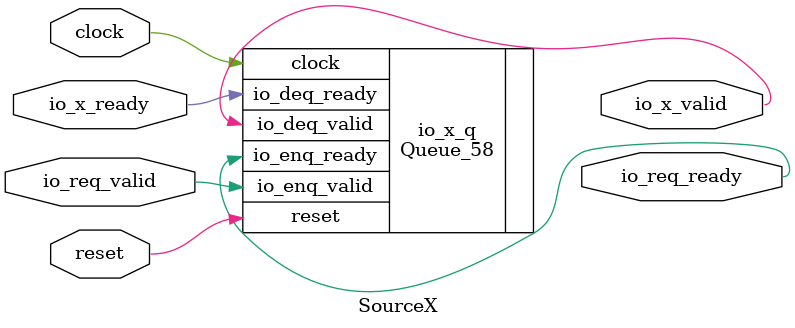
<source format=sv>
`ifndef RANDOMIZE
  `ifdef RANDOMIZE_REG_INIT
    `define RANDOMIZE
  `endif // RANDOMIZE_REG_INIT
`endif // not def RANDOMIZE
`ifndef RANDOMIZE
  `ifdef RANDOMIZE_MEM_INIT
    `define RANDOMIZE
  `endif // RANDOMIZE_MEM_INIT
`endif // not def RANDOMIZE

`ifndef RANDOM
  `define RANDOM $random
`endif // not def RANDOM

// Users can define 'PRINTF_COND' to add an extra gate to prints.
`ifndef PRINTF_COND_
  `ifdef PRINTF_COND
    `define PRINTF_COND_ (`PRINTF_COND)
  `else  // PRINTF_COND
    `define PRINTF_COND_ 1
  `endif // PRINTF_COND
`endif // not def PRINTF_COND_

// Users can define 'ASSERT_VERBOSE_COND' to add an extra gate to assert error printing.
`ifndef ASSERT_VERBOSE_COND_
  `ifdef ASSERT_VERBOSE_COND
    `define ASSERT_VERBOSE_COND_ (`ASSERT_VERBOSE_COND)
  `else  // ASSERT_VERBOSE_COND
    `define ASSERT_VERBOSE_COND_ 1
  `endif // ASSERT_VERBOSE_COND
`endif // not def ASSERT_VERBOSE_COND_

// Users can define 'STOP_COND' to add an extra gate to stop conditions.
`ifndef STOP_COND_
  `ifdef STOP_COND
    `define STOP_COND_ (`STOP_COND)
  `else  // STOP_COND
    `define STOP_COND_ 1
  `endif // STOP_COND
`endif // not def STOP_COND_

// Users can define INIT_RANDOM as general code that gets injected into the
// initializer block for modules with registers.
`ifndef INIT_RANDOM
  `define INIT_RANDOM
`endif // not def INIT_RANDOM

// If using random initialization, you can also define RANDOMIZE_DELAY to
// customize the delay used, otherwise 0.002 is used.
`ifndef RANDOMIZE_DELAY
  `define RANDOMIZE_DELAY 0.002
`endif // not def RANDOMIZE_DELAY

// Define INIT_RANDOM_PROLOG_ for use in our modules below.
`ifndef INIT_RANDOM_PROLOG_
  `ifdef RANDOMIZE
    `ifdef VERILATOR
      `define INIT_RANDOM_PROLOG_ `INIT_RANDOM
    `else  // VERILATOR
      `define INIT_RANDOM_PROLOG_ `INIT_RANDOM #`RANDOMIZE_DELAY begin end
    `endif // VERILATOR
  `else  // RANDOMIZE
    `define INIT_RANDOM_PROLOG_
  `endif // RANDOMIZE
`endif // not def INIT_RANDOM_PROLOG_

module SourceX(
  input  clock,
         reset,
         io_req_valid,
         io_x_ready,
  output io_req_ready,
         io_x_valid
);

  Queue_58 io_x_q (	// @[Decoupled.scala:375:21]
    .clock        (clock),
    .reset        (reset),
    .io_enq_valid (io_req_valid),
    .io_deq_ready (io_x_ready),
    .io_enq_ready (io_req_ready),
    .io_deq_valid (io_x_valid)
  );
endmodule


</source>
